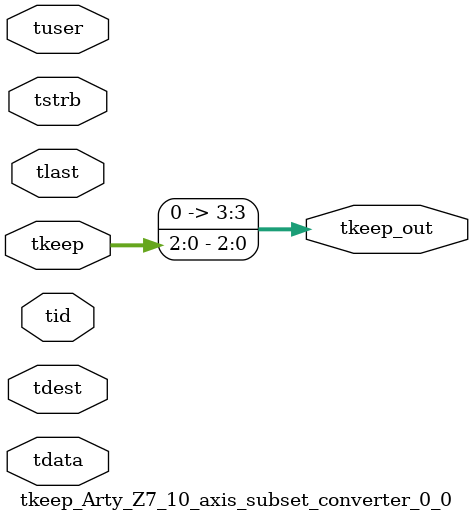
<source format=v>


`timescale 1ps/1ps

module tkeep_Arty_Z7_10_axis_subset_converter_0_0 #
(
parameter C_S_AXIS_TDATA_WIDTH = 32,
parameter C_S_AXIS_TUSER_WIDTH = 0,
parameter C_S_AXIS_TID_WIDTH   = 0,
parameter C_S_AXIS_TDEST_WIDTH = 0,
parameter C_M_AXIS_TDATA_WIDTH = 32
)
(
input  [(C_S_AXIS_TDATA_WIDTH == 0 ? 1 : C_S_AXIS_TDATA_WIDTH)-1:0     ] tdata,
input  [(C_S_AXIS_TUSER_WIDTH == 0 ? 1 : C_S_AXIS_TUSER_WIDTH)-1:0     ] tuser,
input  [(C_S_AXIS_TID_WIDTH   == 0 ? 1 : C_S_AXIS_TID_WIDTH)-1:0       ] tid,
input  [(C_S_AXIS_TDEST_WIDTH == 0 ? 1 : C_S_AXIS_TDEST_WIDTH)-1:0     ] tdest,
input  [(C_S_AXIS_TDATA_WIDTH/8)-1:0 ] tkeep,
input  [(C_S_AXIS_TDATA_WIDTH/8)-1:0 ] tstrb,
input                                                                    tlast,
output [(C_M_AXIS_TDATA_WIDTH/8)-1:0 ] tkeep_out
);

assign tkeep_out = {tkeep[2:0]};

endmodule


</source>
